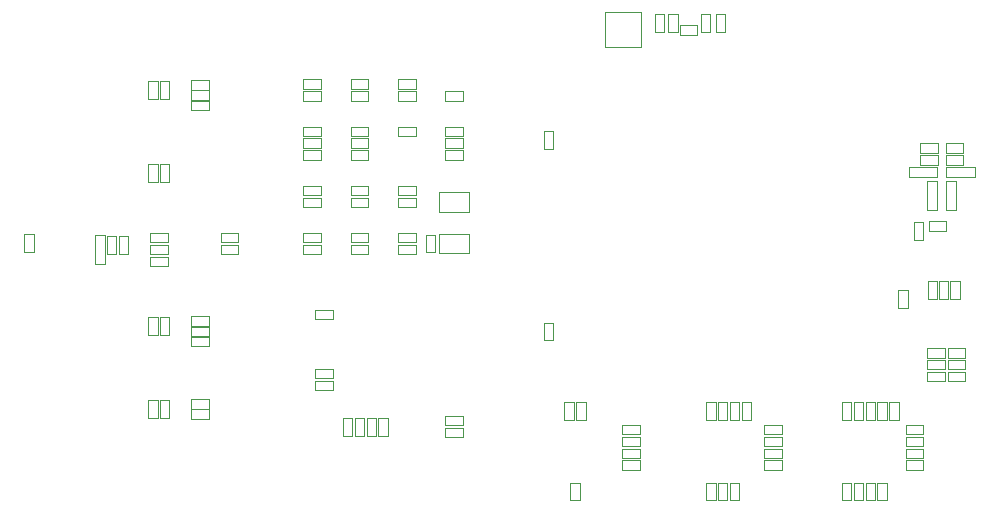
<source format=gbr>
%TF.GenerationSoftware,Altium Limited,Altium Designer,20.0.13 (296)*%
G04 Layer_Color=8388736*
%FSLAX26Y26*%
%MOIN*%
%TF.FileFunction,Other,Top_Assembly*%
%TF.Part,Single*%
G01*
G75*
%TA.AperFunction,NonConductor*%
%ADD62C,0.001968*%
D62*
X1466323Y774087D02*
Y840087D01*
X1368323D02*
X1466323D01*
X1368323Y774087D02*
Y840087D01*
Y774087D02*
X1466323D01*
X915354Y1165354D02*
Y1196850D01*
X974409Y1165354D02*
Y1196850D01*
X915354D02*
X974409D01*
X915354Y1165354D02*
X974409D01*
X2085905Y1570866D02*
X2117401D01*
X2085905Y1511811D02*
X2117401D01*
Y1570866D01*
X2085905Y1511811D02*
Y1570866D01*
X2994811Y1015992D02*
X3028811D01*
X2994811Y919992D02*
Y1015992D01*
X3028811Y919992D02*
Y1015992D01*
X2994811Y919992D02*
X3028811D01*
X2041708Y1460937D02*
Y1577937D01*
X1919708Y1460937D02*
Y1577937D01*
X2041708D01*
X1919708Y1460937D02*
X2041708D01*
X219220Y739402D02*
X253220D01*
Y835402D01*
X219220Y739402D02*
Y835402D01*
X253220D01*
X397638Y1013779D02*
X429134D01*
X397638Y1072835D02*
X429134D01*
X397638Y1013779D02*
Y1072835D01*
X429134Y1013779D02*
Y1072835D01*
X437008D02*
X468504D01*
X437008Y1013779D02*
X468504D01*
Y1072835D01*
X437008Y1013779D02*
Y1072835D01*
Y1289370D02*
X468504D01*
X437008Y1348425D02*
X468504D01*
X437008Y1289370D02*
Y1348425D01*
X468504Y1289370D02*
Y1348425D01*
X397638D02*
X429134D01*
X397638Y1289370D02*
X429134D01*
Y1348425D01*
X397638Y1289370D02*
Y1348425D01*
X397638Y226378D02*
X429134D01*
X397638Y285433D02*
X429134D01*
X397638Y226378D02*
Y285433D01*
X429134Y226378D02*
Y285433D01*
X437008D02*
X468504D01*
X437008Y226378D02*
X468504D01*
Y285433D01*
X437008Y226378D02*
Y285433D01*
X397638Y501969D02*
X429134D01*
X397638Y561024D02*
X429134D01*
X397638Y501969D02*
Y561024D01*
X429134Y501969D02*
Y561024D01*
X437008D02*
X468504D01*
X437008Y501969D02*
X468504D01*
Y561024D01*
X437008Y501969D02*
Y561024D01*
X541338Y223228D02*
Y254724D01*
X600394Y223228D02*
Y254724D01*
X541338D02*
X600394D01*
X541338Y223228D02*
X600394D01*
X3153807Y1029732D02*
Y1063732D01*
X3057807D02*
X3153807D01*
X3057807Y1029732D02*
X3153807D01*
X3057807D02*
Y1063732D01*
X3114764Y1070354D02*
Y1101850D01*
X3055709Y1070354D02*
Y1101850D01*
Y1070354D02*
X3114764D01*
X3055709Y1101850D02*
X3114764D01*
Y1109724D02*
Y1141220D01*
X3055709Y1109724D02*
Y1141220D01*
Y1109724D02*
X3114764D01*
X3055709Y1141220D02*
X3114764D01*
X3070866Y623504D02*
X3102362D01*
X3070866Y682559D02*
X3102362D01*
X3070866Y623504D02*
Y682559D01*
X3102362Y623504D02*
Y682559D01*
X2996063D02*
X3027559D01*
X2996063Y623504D02*
X3027559D01*
Y682559D01*
X2996063Y623504D02*
Y682559D01*
X2949252Y877598D02*
X2980748D01*
X2949252Y818543D02*
X2980748D01*
Y877598D01*
X2949252Y818543D02*
Y877598D01*
X2932807Y1029732D02*
Y1063732D01*
Y1029732D02*
X3028807D01*
X2932807Y1063732D02*
X3028807D01*
Y1029732D02*
Y1063732D01*
X2971850Y1070354D02*
Y1101850D01*
X3030906Y1070354D02*
Y1101850D01*
X2971850D02*
X3030906D01*
X2971850Y1070354D02*
X3030906D01*
X2971850Y1109724D02*
Y1141220D01*
X3030906Y1109724D02*
Y1141220D01*
X2971850D02*
X3030906D01*
X2971850Y1109724D02*
X3030906D01*
X639764Y811024D02*
Y842520D01*
X698819Y811024D02*
Y842520D01*
X639764D02*
X698819D01*
X639764Y811024D02*
X698819D01*
X403543Y732284D02*
Y763779D01*
X462599Y732284D02*
Y763779D01*
X403543D02*
X462599D01*
X403543Y732284D02*
X462599D01*
Y811024D02*
Y842520D01*
X403543Y811024D02*
Y842520D01*
Y811024D02*
X462599D01*
X403543Y842520D02*
X462599D01*
X-15748Y837402D02*
X15748D01*
X-15748Y778346D02*
X15748D01*
Y837402D01*
X-15748Y778346D02*
Y837402D01*
X259843Y771949D02*
X291339D01*
X259843Y831004D02*
X291339D01*
X259843Y771949D02*
Y831004D01*
X291339Y771949D02*
Y831004D01*
X299213D02*
X330709D01*
X299213Y771949D02*
X330709D01*
Y831004D01*
X299213Y771949D02*
Y831004D01*
X2897638Y592716D02*
X2929134D01*
X2897638Y651772D02*
X2929134D01*
X2897638Y592716D02*
Y651772D01*
X2929134Y592716D02*
Y651772D01*
X2239763Y1570866D02*
X2271259D01*
X2239763Y1511811D02*
X2271259D01*
Y1570866D01*
X2239763Y1511811D02*
Y1570866D01*
X2130905D02*
X2162401D01*
X2130905Y1511811D02*
X2162401D01*
Y1570866D01*
X2130905Y1511811D02*
Y1570866D01*
X3062913Y427244D02*
Y458740D01*
X3121968Y427244D02*
Y458740D01*
X3062913D02*
X3121968D01*
X3062913Y427244D02*
X3121968D01*
X2995157D02*
Y458740D01*
X3054213Y427244D02*
Y458740D01*
X2995157D02*
X3054213D01*
X2995157Y427244D02*
X3054213D01*
X2037402Y131890D02*
Y163386D01*
X1978346Y131890D02*
Y163386D01*
Y131890D02*
X2037402D01*
X1978346Y163386D02*
X2037402D01*
Y92520D02*
Y124016D01*
X1978346Y92520D02*
Y124016D01*
Y92520D02*
X2037402D01*
X1978346Y124016D02*
X2037402D01*
Y53150D02*
Y84646D01*
X1978346Y53150D02*
Y84646D01*
Y53150D02*
X2037402D01*
X1978346Y84646D02*
X2037402D01*
X1785433Y277559D02*
X1816929D01*
X1785433Y218504D02*
X1816929D01*
Y277559D01*
X1785433Y218504D02*
Y277559D01*
X1824803D02*
X1856299D01*
X1824803Y218504D02*
X1856299D01*
Y277559D01*
X1824803Y218504D02*
Y277559D01*
X1805118Y-49213D02*
X1836614D01*
X1805118Y9843D02*
X1836614D01*
X1805118Y-49213D02*
Y9843D01*
X1836614Y-49213D02*
Y9843D01*
X2509843Y171260D02*
Y202756D01*
X2450787Y171260D02*
Y202756D01*
Y171260D02*
X2509843D01*
X2450787Y202756D02*
X2509843D01*
Y131890D02*
Y163386D01*
X2450787Y131890D02*
Y163386D01*
Y131890D02*
X2509843D01*
X2450787Y163386D02*
X2509843D01*
Y92520D02*
Y124016D01*
X2450787Y92520D02*
Y124016D01*
Y92520D02*
X2509843D01*
X2450787Y124016D02*
X2509843D01*
X2257874Y277559D02*
X2289370D01*
X2257874Y218504D02*
X2289370D01*
Y277559D01*
X2257874Y218504D02*
Y277559D01*
X2297244D02*
X2328740D01*
X2297244Y218504D02*
X2328740D01*
Y277559D01*
X2297244Y218504D02*
Y277559D01*
X2336614D02*
X2368110D01*
X2336614Y218504D02*
X2368110D01*
Y277559D01*
X2336614Y218504D02*
Y277559D01*
X2257874Y-49213D02*
X2289370D01*
X2257874Y9843D02*
X2289370D01*
X2257874Y-49213D02*
Y9843D01*
X2289370Y-49213D02*
Y9843D01*
X2297244Y-49213D02*
X2328740D01*
X2297244Y9843D02*
X2328740D01*
X2297244Y-49213D02*
Y9843D01*
X2328740Y-49213D02*
Y9843D01*
X2336614Y-49213D02*
X2368110D01*
X2336614Y9843D02*
X2368110D01*
X2336614Y-49213D02*
Y9843D01*
X2368110Y-49213D02*
Y9843D01*
X2982284Y131890D02*
Y163386D01*
X2923228Y131890D02*
Y163386D01*
Y131890D02*
X2982284D01*
X2923228Y163386D02*
X2982284D01*
Y92520D02*
Y124016D01*
X2923228Y92520D02*
Y124016D01*
Y92520D02*
X2982284D01*
X2923228Y124016D02*
X2982284D01*
Y53150D02*
Y84646D01*
X2923228Y53150D02*
Y84646D01*
Y53150D02*
X2982284D01*
X2923228Y84646D02*
X2982284D01*
X2710630Y277559D02*
X2742126D01*
X2710630Y218504D02*
X2742126D01*
Y277559D01*
X2710630Y218504D02*
Y277559D01*
X2750000D02*
X2781496D01*
X2750000Y218504D02*
X2781496D01*
Y277559D01*
X2750000Y218504D02*
Y277559D01*
X2789370D02*
X2820866D01*
X2789370Y218504D02*
X2820866D01*
Y277559D01*
X2789370Y218504D02*
Y277559D01*
X2828740D02*
X2860236D01*
X2828740Y218504D02*
X2860236D01*
Y277559D01*
X2828740Y218504D02*
Y277559D01*
X2710630Y-49213D02*
X2742126D01*
X2710630Y9843D02*
X2742126D01*
X2710630Y-49213D02*
Y9843D01*
X2742126Y-49213D02*
Y9843D01*
X2750000Y-49213D02*
X2781496D01*
X2750000Y9843D02*
X2781496D01*
X2750000Y-49213D02*
Y9843D01*
X2781496Y-49213D02*
Y9843D01*
X2789370Y-49213D02*
X2820866D01*
X2789370Y9843D02*
X2820866D01*
X2789370Y-49213D02*
Y9843D01*
X2820866Y-49213D02*
Y9843D01*
X2828740Y-49213D02*
X2860236D01*
X2828740Y9843D02*
X2860236D01*
X2828740Y-49213D02*
Y9843D01*
X2860236Y-49213D02*
Y9843D01*
X1387795Y1125984D02*
Y1157480D01*
X1446850Y1125984D02*
Y1157480D01*
X1387795D02*
X1446850D01*
X1387795Y1125984D02*
X1446850D01*
Y1283465D02*
Y1314961D01*
X1387795Y1283465D02*
Y1314961D01*
Y1283465D02*
X1446850D01*
X1387795Y1314961D02*
X1446850D01*
X1289370Y1322835D02*
Y1354331D01*
X1230315Y1322835D02*
Y1354331D01*
Y1322835D02*
X1289370D01*
X1230315Y1354331D02*
X1289370D01*
X1072835Y1125984D02*
Y1157480D01*
X1131890Y1125984D02*
Y1157480D01*
X1072835D02*
X1131890D01*
X1072835Y1125984D02*
X1131890D01*
Y1322835D02*
Y1354331D01*
X1072835Y1322835D02*
Y1354331D01*
Y1322835D02*
X1131890D01*
X1072835Y1354331D02*
X1131890D01*
X915354Y1125984D02*
Y1157480D01*
X974409Y1125984D02*
Y1157480D01*
X915354D02*
X974409D01*
X915354Y1125984D02*
X974409D01*
Y1322835D02*
Y1354331D01*
X915354Y1322835D02*
Y1354331D01*
Y1322835D02*
X974409D01*
X915354Y1354331D02*
X974409D01*
X1125984Y226378D02*
X1157480D01*
X1125984Y167323D02*
X1157480D01*
Y226378D01*
X1125984Y167323D02*
Y226378D01*
X1165354D02*
X1196850D01*
X1165354Y167323D02*
X1196850D01*
Y226378D01*
X1165354Y167323D02*
Y226378D01*
X1446850Y161417D02*
Y192913D01*
X1387795Y161417D02*
Y192913D01*
Y161417D02*
X1446850D01*
X1387795Y192913D02*
X1446850D01*
X1086614Y167323D02*
X1118110D01*
X1086614Y226378D02*
X1118110D01*
X1086614Y167323D02*
Y226378D01*
X1118110Y167323D02*
Y226378D01*
X1047244D02*
X1078740D01*
X1047244Y167323D02*
X1078740D01*
Y226378D01*
X1047244Y167323D02*
Y226378D01*
X1131890Y968504D02*
Y1000000D01*
X1072835Y968504D02*
Y1000000D01*
Y968504D02*
X1131890D01*
X1072835Y1000000D02*
X1131890D01*
Y811024D02*
Y842520D01*
X1072835Y811024D02*
Y842520D01*
Y811024D02*
X1131890D01*
X1072835Y842520D02*
X1131890D01*
X1322835Y836614D02*
X1354331D01*
X1322835Y777559D02*
X1354331D01*
Y836614D01*
X1322835Y777559D02*
Y836614D01*
X1289370Y968504D02*
Y1000000D01*
X1230315Y968504D02*
Y1000000D01*
Y968504D02*
X1289370D01*
X1230315Y1000000D02*
X1289370D01*
Y811024D02*
Y842520D01*
X1230315Y811024D02*
Y842520D01*
Y811024D02*
X1289370D01*
X1230315Y842520D02*
X1289370D01*
X974409Y968504D02*
Y1000000D01*
X915354Y968504D02*
Y1000000D01*
Y968504D02*
X974409D01*
X915354Y1000000D02*
X974409D01*
Y811024D02*
Y842520D01*
X915354Y811024D02*
Y842520D01*
Y811024D02*
X974409D01*
X915354Y842520D02*
X974409D01*
X1013780Y318898D02*
Y350394D01*
X954724Y318898D02*
Y350394D01*
Y318898D02*
X1013780D01*
X954724Y350394D02*
X1013780D01*
X1466323Y911882D02*
Y977882D01*
X1368323D02*
X1466323D01*
X1368323Y911882D02*
Y977882D01*
Y911882D02*
X1466323D01*
X3057803Y1015992D02*
X3091803D01*
X3057803Y919992D02*
Y1015992D01*
X3091803Y919992D02*
Y1015992D01*
X3057803Y919992D02*
X3091803D01*
X2289763Y1570866D02*
X2321259D01*
X2289763Y1511811D02*
X2321259D01*
Y1570866D01*
X2289763Y1511811D02*
Y1570866D01*
X600394Y1252362D02*
Y1283858D01*
X541338Y1252362D02*
Y1283858D01*
Y1252362D02*
X600394D01*
X541338Y1283858D02*
X600394D01*
Y1286220D02*
Y1317716D01*
X541338Y1286220D02*
Y1317716D01*
Y1286220D02*
X600394D01*
X541338Y1317716D02*
X600394D01*
X541338Y1320079D02*
Y1351575D01*
X600394Y1320079D02*
Y1351575D01*
X541338D02*
X600394D01*
X541338Y1320079D02*
X600394D01*
Y464961D02*
Y496457D01*
X541338Y464961D02*
Y496457D01*
Y464961D02*
X600394D01*
X541338Y496457D02*
X600394D01*
Y498819D02*
Y530315D01*
X541338Y498819D02*
Y530315D01*
Y498819D02*
X600394D01*
X541338Y530315D02*
X600394D01*
X541338Y257087D02*
Y288583D01*
X600394Y257087D02*
Y288583D01*
X541338D02*
X600394D01*
X541338Y257087D02*
X600394D01*
X541338Y532677D02*
Y564173D01*
X600394Y532677D02*
Y564173D01*
X541338D02*
X600394D01*
X541338Y532677D02*
X600394D01*
X2999213Y849252D02*
Y880748D01*
X3058268Y849252D02*
Y880748D01*
X2999213D02*
X3058268D01*
X2999213Y849252D02*
X3058268D01*
X3033465Y623504D02*
X3064961D01*
X3033465Y682559D02*
X3064961D01*
X3033465Y623504D02*
Y682559D01*
X3064961Y623504D02*
Y682559D01*
X698819Y771654D02*
Y803150D01*
X639764Y771654D02*
Y803150D01*
Y771654D02*
X698819D01*
X639764Y803150D02*
X698819D01*
X403543Y771654D02*
Y803150D01*
X462599Y771654D02*
Y803150D01*
X403543D02*
X462599D01*
X403543Y771654D02*
X462599D01*
X1748032Y1122637D02*
Y1181693D01*
X1716535Y1122637D02*
Y1181693D01*
X1748032D01*
X1716535Y1122637D02*
X1748032D01*
Y484842D02*
Y543898D01*
X1716535Y484842D02*
Y543898D01*
X1748032D01*
X1716535Y484842D02*
X1748032D01*
X2169054Y1503189D02*
Y1534685D01*
X2228110Y1503189D02*
Y1534685D01*
X2169054D02*
X2228110D01*
X2169054Y1503189D02*
X2228110D01*
X3062913Y348504D02*
Y380000D01*
X3121968Y348504D02*
Y380000D01*
X3062913D02*
X3121968D01*
X3062913Y348504D02*
X3121968D01*
X2995157D02*
Y380000D01*
X3054213Y348504D02*
Y380000D01*
X2995157D02*
X3054213D01*
X2995157Y348504D02*
X3054213D01*
X3121968Y387874D02*
Y419370D01*
X3062913Y387874D02*
Y419370D01*
Y387874D02*
X3121968D01*
X3062913Y419370D02*
X3121968D01*
X3054213Y387874D02*
Y419370D01*
X2995157Y387874D02*
Y419370D01*
Y387874D02*
X3054213D01*
X2995157Y419370D02*
X3054213D01*
X1978346Y171260D02*
Y202756D01*
X2037402Y171260D02*
Y202756D01*
X1978346D02*
X2037402D01*
X1978346Y171260D02*
X2037402D01*
X2450787Y53150D02*
Y84646D01*
X2509843Y53150D02*
Y84646D01*
X2450787D02*
X2509843D01*
X2450787Y53150D02*
X2509843D01*
X2375984Y218504D02*
X2407480D01*
X2375984Y277559D02*
X2407480D01*
X2375984Y218504D02*
Y277559D01*
X2407480Y218504D02*
Y277559D01*
X2868110Y218504D02*
X2899606D01*
X2868110Y277559D02*
X2899606D01*
X2868110Y218504D02*
Y277559D01*
X2899606Y218504D02*
Y277559D01*
X2923228Y171260D02*
Y202756D01*
X2982284Y171260D02*
Y202756D01*
X2923228D02*
X2982284D01*
X2923228Y171260D02*
X2982284D01*
X1387795Y1165354D02*
Y1196850D01*
X1446850Y1165354D02*
Y1196850D01*
X1387795D02*
X1446850D01*
X1387795Y1165354D02*
X1446850D01*
X1387795Y1086614D02*
Y1118110D01*
X1446850Y1086614D02*
Y1118110D01*
X1387795D02*
X1446850D01*
X1387795Y1086614D02*
X1446850D01*
X1230315Y1283465D02*
Y1314961D01*
X1289370Y1283465D02*
Y1314961D01*
X1230315D02*
X1289370D01*
X1230315Y1283465D02*
X1289370D01*
X1072835D02*
Y1314961D01*
X1131890Y1283465D02*
Y1314961D01*
X1072835D02*
X1131890D01*
X1072835Y1283465D02*
X1131890D01*
Y1086614D02*
Y1118110D01*
X1072835Y1086614D02*
Y1118110D01*
Y1086614D02*
X1131890D01*
X1072835Y1118110D02*
X1131890D01*
X974409Y1086614D02*
Y1118110D01*
X915354Y1086614D02*
Y1118110D01*
Y1086614D02*
X974409D01*
X915354Y1118110D02*
X974409D01*
X1446850Y200787D02*
Y232283D01*
X1387795Y200787D02*
Y232283D01*
Y200787D02*
X1446850D01*
X1387795Y232283D02*
X1446850D01*
X1131890Y771654D02*
Y803150D01*
X1072835Y771654D02*
Y803150D01*
Y771654D02*
X1131890D01*
X1072835Y803150D02*
X1131890D01*
X1072835Y929134D02*
Y960630D01*
X1131890Y929134D02*
Y960630D01*
X1072835D02*
X1131890D01*
X1072835Y929134D02*
X1131890D01*
X1289370Y771654D02*
Y803150D01*
X1230315Y771654D02*
Y803150D01*
Y771654D02*
X1289370D01*
X1230315Y803150D02*
X1289370D01*
X1230315Y929134D02*
Y960630D01*
X1289370Y929134D02*
Y960630D01*
X1230315D02*
X1289370D01*
X1230315Y929134D02*
X1289370D01*
X974409Y771654D02*
Y803150D01*
X915354Y771654D02*
Y803150D01*
Y771654D02*
X974409D01*
X915354Y803150D02*
X974409D01*
X915354Y929134D02*
Y960630D01*
X974409Y929134D02*
Y960630D01*
X915354D02*
X974409D01*
X915354Y929134D02*
X974409D01*
X954724Y555118D02*
Y586614D01*
X1013780Y555118D02*
Y586614D01*
X954724D02*
X1013780D01*
X954724Y555118D02*
X1013780D01*
Y358268D02*
Y389764D01*
X954724Y358268D02*
Y389764D01*
Y358268D02*
X1013780D01*
X954724Y389764D02*
X1013780D01*
X915354Y1283465D02*
Y1314961D01*
X974409Y1283465D02*
Y1314961D01*
X915354D02*
X974409D01*
X915354Y1283465D02*
X974409D01*
X1230315Y1165354D02*
Y1196850D01*
X1289370Y1165354D02*
Y1196850D01*
X1230315D02*
X1289370D01*
X1230315Y1165354D02*
X1289370D01*
X1072835D02*
Y1196850D01*
X1131890Y1165354D02*
Y1196850D01*
X1072835D02*
X1131890D01*
X1072835Y1165354D02*
X1131890D01*
%TF.MD5,a66f48fa635fee66405f8dd74d2c0a4f*%
M02*

</source>
